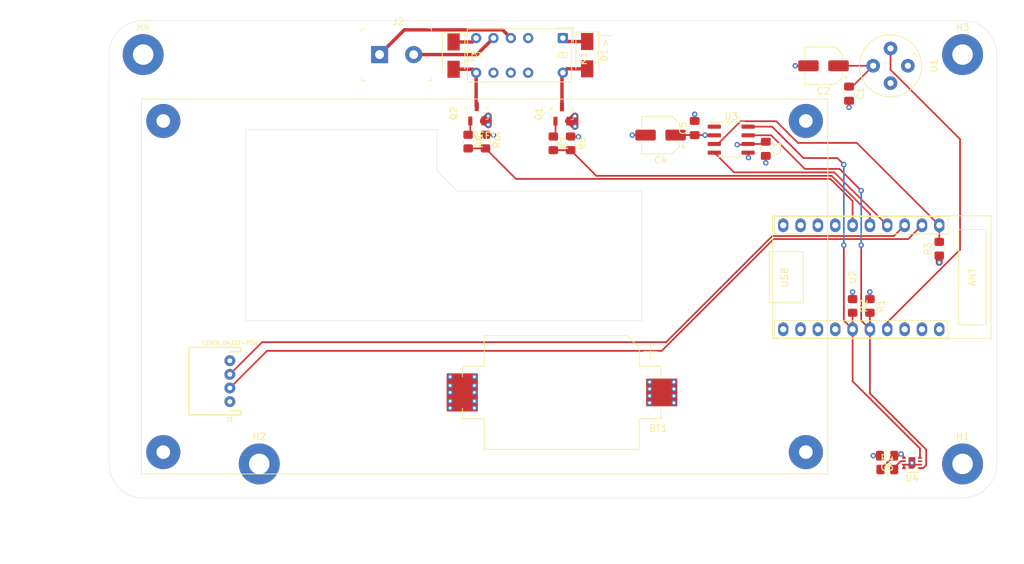
<source format=kicad_pcb>
(kicad_pcb (version 20171130) (host pcbnew "(5.1.10)-1")
  (layers (0 F.Cu signal) (1 In1.Cu power) (2 In2.Cu power) (31 B.Cu signal) (34 B.Paste user) (35 F.Paste user) (36 B.SilkS user) (37 F.SilkS user) (38 B.Mask user) (39 F.Mask user) (44 Edge.Cuts user))
  (net 0 "")
  (net 1 GND)
  (net 2 "Net-(BT1-Pad1)")
  (net 3 +3V3)
  (net 4 "Net-(D1-Pad2)")
  (net 5 "Net-(D2-Pad2)")
  (net 6 UART2_Rx)
  (net 7 UART2_Tx)
  (net 8 +5V)
  (net 9 STOVE-1)
  (net 10 STOVE-2)
  (net 11 "Net-(K1-Pad10)")
  (net 12 "Net-(K1-Pad9)")
  (net 13 "Net-(K1-Pad8)")
  (net 14 "Net-(K1-Pad3)")
  (net 15 "Net-(Q1-Pad1)")
  (net 16 "Net-(Q2-Pad1)")
  (net 17 SDA)
  (net 18 SCL)
  (net 19 RTC_INT)
  (net 20 "Net-(R4-Pad2)")
  (net 21 RELAY_Set)
  (net 22 RELAY_Reset)
  (net 23 PIR_Trigger)
  (net 24 "Net-(U2-Pad10)")
  (net 25 "Net-(U2-Pad13)")
  (net 26 RTC_RST)
  (net 27 "Net-(U2-Pad19)")
  (net 28 "Net-(U3-Pad1)")
  (net 29 "Net-(U4-Pad3)")
  (net 30 "Net-(U2-Pad11)")
  (net 31 "Net-(U2-Pad12)")
  (net 32 "Net-(U2-Pad14)")
  (net 33 "Net-(U2-Pad18)")
  (module dmc-footprints:Nextion-NX4832F035 (layer F.Cu) (at 145 89)
    (fp_text reference REF** (at 0.254 -22.098) (layer F.SilkS))
    (fp_text value Nextion-NX4832F035)
    (fp_line (start -50.25 -27.47) (end -50.25 27.47) (layer F.SilkS) (width 0.12))
    (fp_line (start -50.25 27.47) (end 50.25 27.47) (layer F.SilkS) (width 0.12))
    (fp_line (start 50.25 27.47) (end 50.25 -27.47) (layer F.SilkS) (width 0.12))
    (fp_line (start 50.25 -27.47) (end -50.25 -27.47) (layer F.SilkS) (width 0.12))
    (pad 1 thru_hole circle (at -47.05 24.27) (size 5 5) (drill 2) (layers *.Cu *.Mask) (net 1 GND))
    (pad 1 thru_hole circle (at -47.05 -24.27) (size 5 5) (drill 2) (layers *.Cu *.Mask) (net 1 GND))
    (pad 1 thru_hole circle (at 47.05 -24.27) (size 5 5) (drill 2) (layers *.Cu *.Mask) (net 1 GND))
    (pad 1 thru_hole circle (at 47.05 24.27) (size 5 5) (drill 2) (layers *.Cu *.Mask) (net 1 GND))
  )
  (module Battery:BatteryHolder_Keystone_1060_1x2032 (layer F.Cu) (at 156.306 104.521 180)
    (fp_text reference BT1 (at -14.125 -5.3) (layer F.SilkS))
    (fp_text value Battery_Cell)
    (fp_line (start -12 6) (end -14 6) (layer F.SilkS) (width 0.12))
    (fp_line (start -13 5) (end -13 7) (layer F.SilkS) (width 0.12))
    (fp_line (start 11.35 -8.35) (end 11.35 -3.85) (layer F.SilkS) (width 0.12))
    (fp_line (start -11.35 -8.35) (end -11.35 -3.85) (layer F.SilkS) (width 0.12))
    (fp_line (start -11.35 -8.35) (end 11.35 -8.35) (layer F.SilkS) (width 0.12))
    (fp_line (start 14.55 -3.85) (end 14.55 -2.3) (layer F.SilkS) (width 0.12))
    (fp_line (start 11.35 -3.85) (end 14.55 -3.85) (layer F.SilkS) (width 0.12))
    (fp_line (start -14.55 -3.85) (end -14.55 -2.3) (layer F.SilkS) (width 0.12))
    (fp_line (start -11.35 -3.85) (end -14.55 -3.85) (layer F.SilkS) (width 0.12))
    (fp_line (start -14.55 3.85) (end -14.55 2.3) (layer F.SilkS) (width 0.12))
    (fp_line (start -11.35 3.85) (end -14.55 3.85) (layer F.SilkS) (width 0.12))
    (fp_line (start -9.55 8.35) (end -11.35 6.55) (layer F.SilkS) (width 0.12))
    (fp_line (start -11.35 6.55) (end -11.35 3.85) (layer F.SilkS) (width 0.12))
    (fp_line (start 11.35 8.35) (end -9.55 8.35) (layer F.SilkS) (width 0.12))
    (fp_line (start 11.35 8.35) (end 11.35 3.85) (layer F.SilkS) (width 0.12))
    (fp_line (start 14.55 3.85) (end 14.55 2.3) (layer F.SilkS) (width 0.12))
    (fp_line (start 11.35 3.85) (end 14.55 3.85) (layer F.SilkS) (width 0.12))
    (pad 2 smd rect (at 14.65 0) (size 2.6 3.6) (layers F.Cu F.Paste F.Mask) (net 1 GND))
    (pad 1 smd rect (at -14.65 0) (size 2.6 3.6) (layers F.Cu F.Paste F.Mask) (net 2 "Net-(BT1-Pad1)"))
  )
  (module Capacitor_SMD:C_0805_2012Metric_Pad1.18x1.45mm_HandSolder (layer F.Cu) (at 198.374 60.7275 270)
    (fp_text reference C1 (at 0 -1.68 90) (layer F.SilkS))
    (fp_text value 0.1u)
    (fp_line (start -0.261252 -0.735) (end 0.261252 -0.735) (layer F.SilkS) (width 0.12))
    (fp_line (start -0.261252 0.735) (end 0.261252 0.735) (layer F.SilkS) (width 0.12))
    (pad 2 smd roundrect (at 1.0375 0 270) (size 1.175 1.45) (layers F.Cu F.Paste F.Mask) (roundrect_rratio 0.2127659574468085) (net 1 GND))
    (pad 1 smd roundrect (at -1.0375 0 270) (size 1.175 1.45) (layers F.Cu F.Paste F.Mask) (roundrect_rratio 0.2127659574468085) (net 3 +3V3))
  )
  (module Capacitor_SMD:CP_Elec_5x5.4 (layer F.Cu) (at 194.63 56.64 180)
    (fp_text reference C2 (at 0 -3.7) (layer F.SilkS))
    (fp_text value 100u)
    (fp_line (start 2.76 2.76) (end 2.76 1.06) (layer F.SilkS) (width 0.12))
    (fp_line (start 2.76 -2.76) (end 2.76 -1.06) (layer F.SilkS) (width 0.12))
    (fp_line (start -1.695563 -2.76) (end 2.76 -2.76) (layer F.SilkS) (width 0.12))
    (fp_line (start -1.695563 2.76) (end 2.76 2.76) (layer F.SilkS) (width 0.12))
    (fp_line (start -2.76 1.695563) (end -2.76 1.06) (layer F.SilkS) (width 0.12))
    (fp_line (start -2.76 -1.695563) (end -2.76 -1.06) (layer F.SilkS) (width 0.12))
    (fp_line (start -2.76 -1.695563) (end -1.695563 -2.76) (layer F.SilkS) (width 0.12))
    (fp_line (start -2.76 1.695563) (end -1.695563 2.76) (layer F.SilkS) (width 0.12))
    (fp_line (start -3.625 -1.685) (end -3 -1.685) (layer F.SilkS) (width 0.12))
    (fp_line (start -3.3125 -1.9975) (end -3.3125 -1.3725) (layer F.SilkS) (width 0.12))
    (pad 2 smd roundrect (at 2.2 0 180) (size 3 1.6) (layers F.Cu F.Paste F.Mask) (roundrect_rratio 0.15625) (net 1 GND))
    (pad 1 smd roundrect (at -2.2 0 180) (size 3 1.6) (layers F.Cu F.Paste F.Mask) (roundrect_rratio 0.15625) (net 3 +3V3))
  )
  (module Capacitor_SMD:C_0805_2012Metric_Pad1.18x1.45mm_HandSolder (layer F.Cu) (at 186.182 68.8125 270)
    (fp_text reference C3 (at 0 -1.68 90) (layer F.SilkS))
    (fp_text value 1n)
    (fp_line (start -0.261252 -0.735) (end 0.261252 -0.735) (layer F.SilkS) (width 0.12))
    (fp_line (start -0.261252 0.735) (end 0.261252 0.735) (layer F.SilkS) (width 0.12))
    (pad 2 smd roundrect (at 1.0375 0 270) (size 1.175 1.45) (layers F.Cu F.Paste F.Mask) (roundrect_rratio 0.2127659574468085) (net 1 GND))
    (pad 1 smd roundrect (at -1.0375 0 270) (size 1.175 1.45) (layers F.Cu F.Paste F.Mask) (roundrect_rratio 0.2127659574468085) (net 2 "Net-(BT1-Pad1)"))
  )
  (module Capacitor_SMD:CP_Elec_5x5.4 (layer F.Cu) (at 170.774 66.802 180)
    (fp_text reference C4 (at 0 -3.7) (layer F.SilkS))
    (fp_text value 100u)
    (fp_line (start -3.3125 -1.9975) (end -3.3125 -1.3725) (layer F.SilkS) (width 0.12))
    (fp_line (start -3.625 -1.685) (end -3 -1.685) (layer F.SilkS) (width 0.12))
    (fp_line (start -2.76 1.695563) (end -1.695563 2.76) (layer F.SilkS) (width 0.12))
    (fp_line (start -2.76 -1.695563) (end -1.695563 -2.76) (layer F.SilkS) (width 0.12))
    (fp_line (start -2.76 -1.695563) (end -2.76 -1.06) (layer F.SilkS) (width 0.12))
    (fp_line (start -2.76 1.695563) (end -2.76 1.06) (layer F.SilkS) (width 0.12))
    (fp_line (start -1.695563 2.76) (end 2.76 2.76) (layer F.SilkS) (width 0.12))
    (fp_line (start -1.695563 -2.76) (end 2.76 -2.76) (layer F.SilkS) (width 0.12))
    (fp_line (start 2.76 -2.76) (end 2.76 -1.06) (layer F.SilkS) (width 0.12))
    (fp_line (start 2.76 2.76) (end 2.76 1.06) (layer F.SilkS) (width 0.12))
    (pad 1 smd roundrect (at -2.2 0 180) (size 3 1.6) (layers F.Cu F.Paste F.Mask) (roundrect_rratio 0.15625) (net 3 +3V3))
    (pad 2 smd roundrect (at 2.2 0 180) (size 3 1.6) (layers F.Cu F.Paste F.Mask) (roundrect_rratio 0.15625) (net 1 GND))
  )
  (module Capacitor_SMD:C_0805_2012Metric_Pad1.18x1.45mm_HandSolder (layer F.Cu) (at 175.768 65.7645 90)
    (fp_text reference C5 (at 0 -1.68 90) (layer F.SilkS))
    (fp_text value 0.1u)
    (fp_line (start -0.261252 0.735) (end 0.261252 0.735) (layer F.SilkS) (width 0.12))
    (fp_line (start -0.261252 -0.735) (end 0.261252 -0.735) (layer F.SilkS) (width 0.12))
    (pad 1 smd roundrect (at -1.0375 0 90) (size 1.175 1.45) (layers F.Cu F.Paste F.Mask) (roundrect_rratio 0.2127659574468085) (net 3 +3V3))
    (pad 2 smd roundrect (at 1.0375 0 90) (size 1.175 1.45) (layers F.Cu F.Paste F.Mask) (roundrect_rratio 0.2127659574468085) (net 1 GND))
  )
  (module Capacitor_SMD:C_0805_2012Metric_Pad1.18x1.45mm_HandSolder (layer F.Cu) (at 203.9405 113.792 180)
    (fp_text reference C6 (at 0 -1.68) (layer F.SilkS))
    (fp_text value 0.1u)
    (fp_line (start -0.261252 0.735) (end 0.261252 0.735) (layer F.SilkS) (width 0.12))
    (fp_line (start -0.261252 -0.735) (end 0.261252 -0.735) (layer F.SilkS) (width 0.12))
    (pad 1 smd roundrect (at -1.0375 0 180) (size 1.175 1.45) (layers F.Cu F.Paste F.Mask) (roundrect_rratio 0.2127659574468085) (net 3 +3V3))
    (pad 2 smd roundrect (at 1.0375 0 180) (size 1.175 1.45) (layers F.Cu F.Paste F.Mask) (roundrect_rratio 0.2127659574468085) (net 1 GND))
  )
  (module Diode_SMD:D_SMA (layer F.Cu) (at 160.02 55.086 270)
    (fp_text reference D1 (at 0 -2.5 90) (layer F.SilkS))
    (fp_text value CDBA140)
    (fp_line (start -3.4 -1.65) (end 2 -1.65) (layer F.SilkS) (width 0.12))
    (fp_line (start -3.4 1.65) (end 2 1.65) (layer F.SilkS) (width 0.12))
    (fp_line (start -3.4 -1.65) (end -3.4 1.65) (layer F.SilkS) (width 0.12))
    (pad 1 smd rect (at -2 0 270) (size 2.5 1.8) (layers F.Cu F.Paste F.Mask) (net 3 +3V3))
    (pad 2 smd rect (at 2 0 270) (size 2.5 1.8) (layers F.Cu F.Paste F.Mask) (net 4 "Net-(D1-Pad2)"))
  )
  (module Diode_SMD:D_SMA (layer F.Cu) (at 140.462 55.15 270)
    (fp_text reference D2 (at 0 -2.5 90) (layer F.SilkS))
    (fp_text value CDBA140)
    (fp_line (start -3.4 -1.65) (end -3.4 1.65) (layer F.SilkS) (width 0.12))
    (fp_line (start -3.4 1.65) (end 2 1.65) (layer F.SilkS) (width 0.12))
    (fp_line (start -3.4 -1.65) (end 2 -1.65) (layer F.SilkS) (width 0.12))
    (pad 2 smd rect (at 2 0 270) (size 2.5 1.8) (layers F.Cu F.Paste F.Mask) (net 5 "Net-(D2-Pad2)"))
    (pad 1 smd rect (at -2 0 270) (size 2.5 1.8) (layers F.Cu F.Paste F.Mask) (net 3 +3V3))
  )
  (module MountingHole:MountingHole_3mm_Pad_TopBottom (layer F.Cu) (at 215 115)
    (fp_text reference H1 (at 0 -4) (layer F.SilkS))
    (fp_text value MountingHole)
    (pad 1 thru_hole circle (at 0 0) (size 3.4 3.4) (drill 3) (layers *.Cu *.Mask))
    (pad 1 connect circle (at 0 0) (size 6 6) (layers F.Cu F.Mask))
    (pad 1 connect circle (at 0 0) (size 6 6) (layers B.Cu B.Mask))
  )
  (module MountingHole:MountingHole_3mm_Pad_TopBottom (layer F.Cu) (at 112 115)
    (fp_text reference H2 (at 0 -4) (layer F.SilkS))
    (fp_text value MountingHole)
    (pad 1 connect circle (at 0 0) (size 6 6) (layers B.Cu B.Mask))
    (pad 1 connect circle (at 0 0) (size 6 6) (layers F.Cu F.Mask))
    (pad 1 thru_hole circle (at 0 0) (size 3.4 3.4) (drill 3) (layers *.Cu *.Mask))
  )
  (module MountingHole:MountingHole_3mm_Pad_TopBottom (layer F.Cu) (at 215 55)
    (fp_text reference H3 (at 0 -4) (layer F.SilkS))
    (fp_text value MountingHole)
    (pad 1 thru_hole circle (at 0 0) (size 3.4 3.4) (drill 3) (layers *.Cu *.Mask))
    (pad 1 connect circle (at 0 0) (size 6 6) (layers F.Cu F.Mask))
    (pad 1 connect circle (at 0 0) (size 6 6) (layers B.Cu B.Mask))
  )
  (module MountingHole:MountingHole_3mm_Pad_TopBottom (layer F.Cu) (at 95 55)
    (fp_text reference H4 (at 0 -4) (layer F.SilkS))
    (fp_text value MountingHole)
    (pad 1 connect circle (at 0 0) (size 6 6) (layers B.Cu B.Mask))
    (pad 1 connect circle (at 0 0) (size 6 6) (layers F.Cu F.Mask))
    (pad 1 thru_hole circle (at 0 0) (size 3.4 3.4) (drill 3) (layers *.Cu *.Mask))
  )
  (module Connectors:JST-4-PTH (layer F.Cu) (at 107.696 102.87 90)
    (fp_text reference J1 (at -5.588 0) (layer F.SilkS) (effects (font (size 0.6096 0.6096) (thickness 0.127))))
    (fp_text value CONN_04JST-PTH (at 5.588 0) (layer F.SilkS) (effects (font (size 0.6096 0.6096) (thickness 0.127))))
    (fp_line (start 4.29768 1.59766) (end 4.29768 0) (layer F.SilkS) (width 0.2032))
    (fp_line (start -4.29768 1.59766) (end -4.29768 0) (layer F.SilkS) (width 0.2032))
    (fp_line (start 4.94792 1.59766) (end 4.29768 1.59766) (layer F.SilkS) (width 0.2032))
    (fp_line (start -4.94792 1.59766) (end -4.29768 1.59766) (layer F.SilkS) (width 0.2032))
    (fp_line (start 4.94792 -5.99948) (end 4.94792 1.59766) (layer F.SilkS) (width 0.2032))
    (fp_line (start -4.94792 -5.99948) (end 4.94792 -5.99948) (layer F.SilkS) (width 0.2032))
    (fp_line (start -4.94792 1.59766) (end -4.94792 -5.99948) (layer F.SilkS) (width 0.2032))
    (pad 1 thru_hole circle (at -2.99974 0 90) (size 1.59766 1.59766) (drill 0.6985) (layers *.Cu *.Mask) (net 8 +5V))
    (pad 2 thru_hole circle (at -0.99822 0 90) (size 1.59766 1.59766) (drill 0.6985) (layers *.Cu *.Mask) (net 7 UART2_Tx))
    (pad 3 thru_hole circle (at 0.99822 0 90) (size 1.59766 1.59766) (drill 0.6985) (layers *.Cu *.Mask) (net 6 UART2_Rx))
    (pad 4 thru_hole circle (at 2.99974 0 90) (size 1.59766 1.59766) (drill 0.6985) (layers *.Cu *.Mask) (net 1 GND))
  )
  (module digikey-footprints:Term_Block_1x2_P5mm (layer F.Cu) (at 129.62 55)
    (fp_text reference J2 (at 2.7 -4.8) (layer F.SilkS))
    (fp_text value Screw_Terminal_01x02)
    (fp_line (start 7.6 -3.85) (end 7.1 -3.85) (layer F.SilkS) (width 0.1))
    (fp_line (start 7.6 -3.85) (end 7.6 -3.4) (layer F.SilkS) (width 0.1))
    (fp_line (start -2.6 -3.85) (end -2.6 -3.4) (layer F.SilkS) (width 0.1))
    (fp_line (start -2.6 -3.85) (end -2.1 -3.85) (layer F.SilkS) (width 0.1))
    (fp_line (start -2.6 3.85) (end -2.1 3.85) (layer F.SilkS) (width 0.1))
    (fp_line (start -2.6 3.85) (end -2.6 3.35) (layer F.SilkS) (width 0.1))
    (fp_line (start 7.6 3.85) (end 7.6 3.35) (layer F.SilkS) (width 0.1))
    (fp_line (start 7.6 3.85) (end 7.1 3.85) (layer F.SilkS) (width 0.1))
    (pad 1 thru_hole rect (at 0 0) (size 2.5 2.5) (drill 1.3) (layers *.Cu *.Mask) (net 9 STOVE-1))
    (pad 2 thru_hole circle (at 5 0) (size 2.5 2.5) (drill 1.3) (layers *.Cu *.Mask) (net 10 STOVE-2))
  )
  (module Relay_THT:Relay_DPDT_Kemet_EC2_DoubleCoil (layer F.Cu) (at 156.464 52.578 270)
    (fp_text reference K1 (at 3 -3 270) (layer F.SilkS))
    (fp_text value EC2-3TNU)
    (fp_line (start 6.43 -1.29) (end 6.43 13.99) (layer F.SilkS) (width 0.12))
    (fp_line (start -1.35 -1.27) (end -1.35 13.99) (layer F.SilkS) (width 0.12))
    (fp_line (start 6.43 13.99) (end -1.35 13.99) (layer F.SilkS) (width 0.12))
    (fp_line (start 6.43 -1.29) (end -1.35 -1.29) (layer F.SilkS) (width 0.12))
    (fp_line (start -1.57 -1.51) (end 0.62 -1.51) (layer F.SilkS) (width 0.12))
    (fp_line (start -1.57 0.83) (end -1.57 -1.51) (layer F.SilkS) (width 0.12))
    (fp_line (start 2.13 0.6) (end 2.83 0.6) (layer F.SilkS) (width 0.12))
    (fp_line (start 2.13 -0.6) (end 2.13 0.6) (layer F.SilkS) (width 0.12))
    (fp_line (start 2.83 -0.6) (end 2.13 -0.6) (layer F.SilkS) (width 0.12))
    (fp_line (start 2.83 0.6) (end 2.83 -0.6) (layer F.SilkS) (width 0.12))
    (fp_line (start 2.13 0.2) (end 2.83 -0.2) (layer F.SilkS) (width 0.12))
    (fp_line (start 2.13 13.3) (end 2.83 13.3) (layer F.SilkS) (width 0.12))
    (fp_line (start 2.13 12.1) (end 2.13 13.3) (layer F.SilkS) (width 0.12))
    (fp_line (start 2.83 12.1) (end 2.13 12.1) (layer F.SilkS) (width 0.12))
    (fp_line (start 2.83 13.3) (end 2.83 12.1) (layer F.SilkS) (width 0.12))
    (fp_line (start 2.13 12.9) (end 2.83 12.5) (layer F.SilkS) (width 0.12))
    (pad 12 thru_hole circle (at 5.08 0 270) (size 1.5 1.5) (drill 0.8) (layers *.Cu *.Mask) (net 4 "Net-(D1-Pad2)"))
    (pad 10 thru_hole circle (at 5.08 5.08 270) (size 1.5 1.5) (drill 0.8) (layers *.Cu *.Mask) (net 11 "Net-(K1-Pad10)"))
    (pad 9 thru_hole circle (at 5.08 7.62 270) (size 1.5 1.5) (drill 0.8) (layers *.Cu *.Mask) (net 12 "Net-(K1-Pad9)"))
    (pad 8 thru_hole circle (at 5.08 10.16 270) (size 1.5 1.5) (drill 0.8) (layers *.Cu *.Mask) (net 13 "Net-(K1-Pad8)"))
    (pad 7 thru_hole circle (at 5.08 12.7 270) (size 1.5 1.5) (drill 0.8) (layers *.Cu *.Mask) (net 5 "Net-(D2-Pad2)"))
    (pad 6 thru_hole circle (at 0 12.7 270) (size 1.5 1.5) (drill 0.8) (layers *.Cu *.Mask) (net 3 +3V3))
    (pad 5 thru_hole circle (at 0 10.16 270) (size 1.5 1.5) (drill 0.8) (layers *.Cu *.Mask) (net 10 STOVE-2))
    (pad 4 thru_hole circle (at 0 7.62 270) (size 1.5 1.5) (drill 0.8) (layers *.Cu *.Mask) (net 9 STOVE-1))
    (pad 3 thru_hole circle (at 0 5.08 270) (size 1.5 1.5) (drill 0.8) (layers *.Cu *.Mask) (net 14 "Net-(K1-Pad3)"))
    (pad 1 thru_hole roundrect (at 0 0 270) (size 1.5 1.5) (drill 0.8) (layers *.Cu *.Mask) (roundrect_rratio 0.167) (net 3 +3V3))
  )
  (module digikey-footprints:SOT-23-3 (layer F.Cu) (at 156.334 63.708 90)
    (fp_text reference Q1 (at 0.025 -3.375 90) (layer F.SilkS))
    (fp_text value PMBT2222A_215)
    (fp_line (start 0.825 -1.65) (end 0.825 -1.35) (layer F.SilkS) (width 0.1))
    (fp_line (start 0.45 -1.65) (end 0.825 -1.65) (layer F.SilkS) (width 0.1))
    (fp_line (start 0.825 1.65) (end 0.375 1.65) (layer F.SilkS) (width 0.1))
    (fp_line (start 0.825 1.35) (end 0.825 1.65) (layer F.SilkS) (width 0.1))
    (fp_line (start 0.825 1.425) (end 0.825 1.3) (layer F.SilkS) (width 0.1))
    (fp_line (start -0.825 1.65) (end -0.825 1.3) (layer F.SilkS) (width 0.1))
    (fp_line (start -0.35 1.65) (end -0.825 1.65) (layer F.SilkS) (width 0.1))
    (fp_line (start -0.825 -1.325) (end -1.6 -1.325) (layer F.SilkS) (width 0.1))
    (fp_line (start -0.825 -1.375) (end -0.825 -1.325) (layer F.SilkS) (width 0.1))
    (fp_line (start -0.45 -1.65) (end -0.825 -1.375) (layer F.SilkS) (width 0.1))
    (fp_line (start -0.175 -1.65) (end -0.45 -1.65) (layer F.SilkS) (width 0.1))
    (pad 3 smd rect (at 1.05 0 90) (size 1.3 0.6) (layers F.Cu F.Paste F.Mask) (net 4 "Net-(D1-Pad2)"))
    (pad 2 smd rect (at -1.05 0.95 90) (size 1.3 0.6) (layers F.Cu F.Paste F.Mask) (net 1 GND))
    (pad 1 smd rect (at -1.05 -0.95 90) (size 1.3 0.6) (layers F.Cu F.Paste F.Mask) (net 15 "Net-(Q1-Pad1)"))
  )
  (module digikey-footprints:SOT-23-3 (layer F.Cu) (at 143.862 63.674 90)
    (fp_text reference Q2 (at 0.025 -3.375 90) (layer F.SilkS))
    (fp_text value PMBT2222A_215)
    (fp_line (start -0.175 -1.65) (end -0.45 -1.65) (layer F.SilkS) (width 0.1))
    (fp_line (start -0.45 -1.65) (end -0.825 -1.375) (layer F.SilkS) (width 0.1))
    (fp_line (start -0.825 -1.375) (end -0.825 -1.325) (layer F.SilkS) (width 0.1))
    (fp_line (start -0.825 -1.325) (end -1.6 -1.325) (layer F.SilkS) (width 0.1))
    (fp_line (start -0.35 1.65) (end -0.825 1.65) (layer F.SilkS) (width 0.1))
    (fp_line (start -0.825 1.65) (end -0.825 1.3) (layer F.SilkS) (width 0.1))
    (fp_line (start 0.825 1.425) (end 0.825 1.3) (layer F.SilkS) (width 0.1))
    (fp_line (start 0.825 1.35) (end 0.825 1.65) (layer F.SilkS) (width 0.1))
    (fp_line (start 0.825 1.65) (end 0.375 1.65) (layer F.SilkS) (width 0.1))
    (fp_line (start 0.45 -1.65) (end 0.825 -1.65) (layer F.SilkS) (width 0.1))
    (fp_line (start 0.825 -1.65) (end 0.825 -1.35) (layer F.SilkS) (width 0.1))
    (pad 1 smd rect (at -1.05 -0.95 90) (size 1.3 0.6) (layers F.Cu F.Paste F.Mask) (net 16 "Net-(Q2-Pad1)"))
    (pad 2 smd rect (at -1.05 0.95 90) (size 1.3 0.6) (layers F.Cu F.Paste F.Mask) (net 1 GND))
    (pad 3 smd rect (at 1.05 0 90) (size 1.3 0.6) (layers F.Cu F.Paste F.Mask) (net 5 "Net-(D2-Pad2)"))
  )
  (module Resistor_SMD:R_0805_2012Metric_Pad1.20x1.40mm_HandSolder (layer F.Cu) (at 201.434 91.837 270)
    (fp_text reference R1 (at 0 -1.65 90) (layer F.SilkS))
    (fp_text value 4.7k)
    (fp_line (start -0.227064 -0.735) (end 0.227064 -0.735) (layer F.SilkS) (width 0.12))
    (fp_line (start -0.227064 0.735) (end 0.227064 0.735) (layer F.SilkS) (width 0.12))
    (pad 2 smd roundrect (at 1 0 270) (size 1.2 1.4) (layers F.Cu F.Paste F.Mask) (roundrect_rratio 0.2083325) (net 17 SDA))
    (pad 1 smd roundrect (at -1 0 270) (size 1.2 1.4) (layers F.Cu F.Paste F.Mask) (roundrect_rratio 0.2083325) (net 3 +3V3))
  )
  (module Resistor_SMD:R_0805_2012Metric_Pad1.20x1.40mm_HandSolder (layer F.Cu) (at 198.894 91.837 270)
    (fp_text reference R2 (at 0 -1.65 90) (layer F.SilkS))
    (fp_text value 4.7k)
    (fp_line (start -0.227064 0.735) (end 0.227064 0.735) (layer F.SilkS) (width 0.12))
    (fp_line (start -0.227064 -0.735) (end 0.227064 -0.735) (layer F.SilkS) (width 0.12))
    (pad 1 smd roundrect (at -1 0 270) (size 1.2 1.4) (layers F.Cu F.Paste F.Mask) (roundrect_rratio 0.2083325) (net 3 +3V3))
    (pad 2 smd roundrect (at 1 0 270) (size 1.2 1.4) (layers F.Cu F.Paste F.Mask) (roundrect_rratio 0.2083325) (net 18 SCL))
  )
  (module Resistor_SMD:R_0805_2012Metric_Pad1.20x1.40mm_HandSolder (layer F.Cu) (at 211.582 83.455 90)
    (fp_text reference R3 (at 0 -1.65 90) (layer F.SilkS))
    (fp_text value 10k)
    (fp_line (start -0.227064 0.735) (end 0.227064 0.735) (layer F.SilkS) (width 0.12))
    (fp_line (start -0.227064 -0.735) (end 0.227064 -0.735) (layer F.SilkS) (width 0.12))
    (pad 1 smd roundrect (at -1 0 90) (size 1.2 1.4) (layers F.Cu F.Paste F.Mask) (roundrect_rratio 0.2083325) (net 3 +3V3))
    (pad 2 smd roundrect (at 1 0 90) (size 1.2 1.4) (layers F.Cu F.Paste F.Mask) (roundrect_rratio 0.2083325) (net 19 RTC_INT))
  )
  (module Resistor_SMD:R_0805_2012Metric_Pad1.20x1.40mm_HandSolder (layer F.Cu) (at 203.978 115.824)
    (fp_text reference R4 (at 0 -1.65) (layer F.SilkS))
    (fp_text value 10k)
    (fp_line (start -0.227064 -0.735) (end 0.227064 -0.735) (layer F.SilkS) (width 0.12))
    (fp_line (start -0.227064 0.735) (end 0.227064 0.735) (layer F.SilkS) (width 0.12))
    (pad 2 smd roundrect (at 1 0) (size 1.2 1.4) (layers F.Cu F.Paste F.Mask) (roundrect_rratio 0.2083325) (net 20 "Net-(R4-Pad2)"))
    (pad 1 smd roundrect (at -1 0) (size 1.2 1.4) (layers F.Cu F.Paste F.Mask) (roundrect_rratio 0.2083325) (net 3 +3V3))
  )
  (module Resistor_SMD:R_0805_2012Metric_Pad1.20x1.40mm_HandSolder (layer F.Cu) (at 157.604 68.008 270)
    (fp_text reference R5 (at 0 -1.65 90) (layer F.SilkS))
    (fp_text value 10k)
    (fp_line (start -0.227064 -0.735) (end 0.227064 -0.735) (layer F.SilkS) (width 0.12))
    (fp_line (start -0.227064 0.735) (end 0.227064 0.735) (layer F.SilkS) (width 0.12))
    (pad 2 smd roundrect (at 1 0 270) (size 1.2 1.4) (layers F.Cu F.Paste F.Mask) (roundrect_rratio 0.2083325) (net 21 RELAY_Set))
    (pad 1 smd roundrect (at -1 0 270) (size 1.2 1.4) (layers F.Cu F.Paste F.Mask) (roundrect_rratio 0.2083325) (net 1 GND))
  )
  (module Resistor_SMD:R_0805_2012Metric_Pad1.20x1.40mm_HandSolder (layer F.Cu) (at 145.132 67.754 270)
    (fp_text reference R6 (at 0 -1.65 90) (layer F.SilkS))
    (fp_text value 10k)
    (fp_line (start -0.227064 0.735) (end 0.227064 0.735) (layer F.SilkS) (width 0.12))
    (fp_line (start -0.227064 -0.735) (end 0.227064 -0.735) (layer F.SilkS) (width 0.12))
    (pad 1 smd roundrect (at -1 0 270) (size 1.2 1.4) (layers F.Cu F.Paste F.Mask) (roundrect_rratio 0.2083325) (net 1 GND))
    (pad 2 smd roundrect (at 1 0 270) (size 1.2 1.4) (layers F.Cu F.Paste F.Mask) (roundrect_rratio 0.2083325) (net 22 RELAY_Reset))
  )
  (module Resistor_SMD:R_0805_2012Metric_Pad1.20x1.40mm_HandSolder (layer F.Cu) (at 155.064 68.008 270)
    (fp_text reference R7 (at 0 -1.65 90) (layer F.SilkS))
    (fp_text value 2.6k)
    (fp_line (start -0.227064 0.735) (end 0.227064 0.735) (layer F.SilkS) (width 0.12))
    (fp_line (start -0.227064 -0.735) (end 0.227064 -0.735) (layer F.SilkS) (width 0.12))
    (pad 1 smd roundrect (at -1 0 270) (size 1.2 1.4) (layers F.Cu F.Paste F.Mask) (roundrect_rratio 0.2083325) (net 15 "Net-(Q1-Pad1)"))
    (pad 2 smd roundrect (at 1 0 270) (size 1.2 1.4) (layers F.Cu F.Paste F.Mask) (roundrect_rratio 0.2083325) (net 21 RELAY_Set))
  )
  (module Resistor_SMD:R_0805_2012Metric_Pad1.20x1.40mm_HandSolder (layer F.Cu) (at 142.592 67.754 270)
    (fp_text reference R8 (at 0 -1.65 90) (layer F.SilkS))
    (fp_text value 2.6k)
    (fp_line (start -0.227064 -0.735) (end 0.227064 -0.735) (layer F.SilkS) (width 0.12))
    (fp_line (start -0.227064 0.735) (end 0.227064 0.735) (layer F.SilkS) (width 0.12))
    (pad 2 smd roundrect (at 1 0 270) (size 1.2 1.4) (layers F.Cu F.Paste F.Mask) (roundrect_rratio 0.2083325) (net 22 RELAY_Reset))
    (pad 1 smd roundrect (at -1 0 270) (size 1.2 1.4) (layers F.Cu F.Paste F.Mask) (roundrect_rratio 0.2083325) (net 16 "Net-(Q2-Pad1)"))
  )
  (module dmc-footprints:BL412 (layer F.Cu) (at 204.45 56.64 270)
    (fp_text reference U1 (at 0 -6.35 90) (layer F.SilkS))
    (fp_text value BL412)
    (fp_circle (center 0 0) (end 4.55 0) (layer F.SilkS) (width 0.12))
    (pad 4 thru_hole circle (at -2.54 0 270) (size 2 2) (drill 0.9) (layers *.Cu *.Mask) (net 23 PIR_Trigger))
    (pad 1 thru_hole circle (at 0 -2.54 270) (size 2 2) (drill 0.9) (layers *.Cu *.Mask) (net 1 GND))
    (pad 3 thru_hole circle (at 0 2.54 270) (size 2 2) (drill 0.9) (layers *.Cu *.Mask) (net 3 +3V3))
    (pad 2 thru_hole circle (at 2.54 0 270) (size 2 2) (drill 0.9) (layers *.Cu *.Mask) (net 1 GND))
  )
  (module dmc-footprints:TinyPico (layer F.Cu) (at 201.434 87.641 270)
    (fp_text reference U2 (at 0 2.54 90) (layer F.SilkS))
    (fp_text value TinyPico)
    (fp_line (start 6.35 13.97) (end 6.35 -11.43) (layer F.SilkS) (width 0.12))
    (fp_line (start 8.89 13.97) (end 6.35 13.97) (layer F.SilkS) (width 0.12))
    (fp_line (start 8.89 -11.43) (end 8.89 13.97) (layer F.SilkS) (width 0.12))
    (fp_line (start 6.35 -11.43) (end 8.89 -11.43) (layer F.SilkS) (width 0.12))
    (fp_line (start -8.89 13.97) (end -8.89 -11.43) (layer F.SilkS) (width 0.12))
    (fp_line (start -6.35 13.97) (end -8.89 13.97) (layer F.SilkS) (width 0.12))
    (fp_line (start -6.35 -11.43) (end -6.35 13.97) (layer F.SilkS) (width 0.12))
    (fp_line (start -8.89 -11.43) (end -6.35 -11.43) (layer F.SilkS) (width 0.12))
    (fp_line (start -3.75 9.75) (end -3.75 14.75) (layer F.SilkS) (width 0.12))
    (fp_line (start 3.75 9.75) (end -3.75 9.75) (layer F.SilkS) (width 0.12))
    (fp_line (start 3.75 14.75) (end 3.75 9.75) (layer F.SilkS) (width 0.12))
    (fp_line (start -3.75 14.75) (end 3.75 14.75) (layer F.SilkS) (width 0.12))
    (fp_line (start -7 -13) (end -7 -17) (layer F.SilkS) (width 0.12))
    (fp_line (start 7 -13) (end -7 -13) (layer F.SilkS) (width 0.12))
    (fp_line (start 7 -17) (end 7 -13) (layer F.SilkS) (width 0.12))
    (fp_line (start -7 -17) (end 7 -17) (layer F.SilkS) (width 0.12))
    (fp_line (start -9 -17.75) (end -9 14.25) (layer F.SilkS) (width 0.12))
    (fp_line (start 9 -17.75) (end -9 -17.75) (layer F.SilkS) (width 0.12))
    (fp_line (start 9 14.25) (end 9 -17.75) (layer F.SilkS) (width 0.12))
    (fp_line (start -9 14.25) (end 9 14.25) (layer F.SilkS) (width 0.12))
    (fp_text user ANT (at 0 -15 90) (layer F.SilkS))
    (fp_text user USB (at 0 12.5 90) (layer F.SilkS))
    (pad 1 thru_hole oval (at -7.62 -10.16 270) (size 2 1.524) (drill 0.9) (layers *.Cu *.Mask) (net 19 RTC_INT))
    (pad 2 thru_hole oval (at -7.62 -7.62 270) (size 2 1.524) (drill 0.9) (layers *.Cu *.Mask) (net 7 UART2_Tx))
    (pad 3 thru_hole oval (at -7.62 -5.08 270) (size 2 1.524) (drill 0.9) (layers *.Cu *.Mask) (net 6 UART2_Rx))
    (pad 4 thru_hole oval (at -7.62 -2.54 270) (size 2 1.524) (drill 0.9) (layers *.Cu *.Mask) (net 26 RTC_RST))
    (pad 5 thru_hole oval (at -7.62 0 270) (size 2 1.524) (drill 0.9) (layers *.Cu *.Mask) (net 21 RELAY_Set))
    (pad 6 thru_hole oval (at -7.62 2.54 270) (size 2 1.524) (drill 0.9) (layers *.Cu *.Mask) (net 22 RELAY_Reset))
    (pad 7 thru_hole oval (at -7.62 5.08 270) (size 2 1.524) (drill 0.9) (layers *.Cu *.Mask) (net 3 +3V3))
    (pad 8 thru_hole oval (at -7.62 7.62 270) (size 2 1.524) (drill 0.9) (layers *.Cu *.Mask) (net 8 +5V))
    (pad 9 thru_hole oval (at -7.62 10.16 270) (size 2 1.524) (drill 0.9) (layers *.Cu *.Mask) (net 1 GND))
    (pad 10 thru_hole oval (at -7.62 12.7 270) (size 2 1.524) (drill 0.9) (layers *.Cu *.Mask) (net 24 "Net-(U2-Pad10)"))
    (pad 11 thru_hole oval (at 7.62 12.7 270) (size 2 1.524) (drill 0.9) (layers *.Cu *.Mask) (net 30 "Net-(U2-Pad11)"))
    (pad 12 thru_hole oval (at 7.62 10.16 270) (size 2 1.524) (drill 0.9) (layers *.Cu *.Mask) (net 31 "Net-(U2-Pad12)"))
    (pad 13 thru_hole oval (at 7.62 7.62 270) (size 2 1.524) (drill 0.9) (layers *.Cu *.Mask) (net 25 "Net-(U2-Pad13)"))
    (pad 14 thru_hole oval (at 7.62 5.08 270) (size 2 1.524) (drill 0.9) (layers *.Cu *.Mask) (net 32 "Net-(U2-Pad14)"))
    (pad 15 thru_hole oval (at 7.62 2.54 270) (size 2 1.524) (drill 0.9) (layers *.Cu *.Mask) (net 18 SCL))
    (pad 16 thru_hole oval (at 7.62 0 270) (size 2 1.524) (drill 0.9) (layers *.Cu *.Mask) (net 17 SDA))
    (pad 17 thru_hole oval (at 7.62 -2.54 270) (size 2 1.524) (drill 0.9) (layers *.Cu *.Mask) (net 23 PIR_Trigger))
    (pad 18 thru_hole oval (at 7.62 -5.08 270) (size 2 1.524) (drill 0.9) (layers *.Cu *.Mask) (net 33 "Net-(U2-Pad18)"))
    (pad 19 thru_hole oval (at 7.62 -7.62 270) (size 2 1.524) (drill 0.9) (layers *.Cu *.Mask) (net 27 "Net-(U2-Pad19)"))
    (pad 20 thru_hole oval (at 7.62 -10.16 270) (size 2 1.524) (drill 0.9) (layers *.Cu *.Mask) (net 1 GND))
  )
  (module Package_SO:SOIC-8_3.9x4.9mm_P1.27mm (layer F.Cu) (at 181.118 67.468)
    (fp_text reference U3 (at 0 -3.4) (layer F.SilkS))
    (fp_text value DS3231MZ)
    (fp_line (start 0 -2.56) (end -3.45 -2.56) (layer F.SilkS) (width 0.12))
    (fp_line (start 0 -2.56) (end 1.95 -2.56) (layer F.SilkS) (width 0.12))
    (fp_line (start 0 2.56) (end -1.95 2.56) (layer F.SilkS) (width 0.12))
    (fp_line (start 0 2.56) (end 1.95 2.56) (layer F.SilkS) (width 0.12))
    (pad 1 smd roundrect (at -2.475 -1.905) (size 1.95 0.6) (layers F.Cu F.Paste F.Mask) (net 28 "Net-(U3-Pad1)"))
    (pad 2 smd roundrect (at -2.475 -0.635) (size 1.95 0.6) (layers F.Cu F.Paste F.Mask) (net 3 +3V3))
    (pad 3 smd roundrect (at -2.475 0.635) (size 1.95 0.6) (layers F.Cu F.Paste F.Mask) (net 19 RTC_INT))
    (pad 4 smd roundrect (at -2.475 1.905) (size 1.95 0.6) (layers F.Cu F.Paste F.Mask) (net 26 RTC_RST))
    (pad 5 smd roundrect (at 2.475 1.905) (size 1.95 0.6) (layers F.Cu F.Paste F.Mask) (net 1 GND))
    (pad 6 smd roundrect (at 2.475 0.635) (size 1.95 0.6) (layers F.Cu F.Paste F.Mask) (net 2 "Net-(BT1-Pad1)"))
    (pad 7 smd roundrect (at 2.475 -0.635) (size 1.95 0.6) (layers F.Cu F.Paste F.Mask) (net 17 SDA))
    (pad 8 smd roundrect (at 2.475 -1.905) (size 1.95 0.6) (layers F.Cu F.Paste F.Mask) (net 18 SCL))
  )
  (module Sensor_Humidity:Sensirion_DFN-8-1EP_2.5x2.5mm_P0.5mm_EP1.1x1.7mm (layer F.Cu) (at 207.588 114.858 180)
    (fp_text reference U4 (at 0 -2.25) (layer F.SilkS))
    (fp_text value SHT31-DIS)
    (fp_line (start -0.65 1.41) (end 0.65 1.41) (layer F.SilkS) (width 0.12))
    (fp_line (start -1.09 -1.41) (end 0.65 -1.41) (layer F.SilkS) (width 0.12))
    (pad 9 smd custom (at 0 0 180) (size 1 1) (layers F.Cu F.Mask) (net 1 GND) (options (clearance outline) (anchor circle)) (primitives (gr_poly (pts (xy 0.5 0.85) (xy -0.5 0.85) (xy -0.5 -0.55) (xy -0.2 -0.85) (xy 0.5 -0.85)) (width 0))))
    (pad 8 smd rect (at 1.175 -0.75 180) (size 0.55 0.25) (layers F.Cu F.Paste F.Mask) (net 1 GND))
    (pad 7 smd rect (at 1.175 -0.25 180) (size 0.55 0.25) (layers F.Cu F.Paste F.Mask) (net 1 GND))
    (pad 6 smd rect (at 1.175 0.25 180) (size 0.55 0.25) (layers F.Cu F.Paste F.Mask) (net 20 "Net-(R4-Pad2)"))
    (pad 5 smd rect (at 1.175 0.75 180) (size 0.55 0.25) (layers F.Cu F.Paste F.Mask) (net 3 +3V3))
    (pad 4 smd rect (at -1.175 0.75) (size 0.55 0.25) (layers F.Cu F.Paste F.Mask) (net 18 SCL))
    (pad 3 smd rect (at -1.175 0.25 180) (size 0.55 0.25) (layers F.Cu F.Paste F.Mask) (net 29 "Net-(U4-Pad3)"))
    (pad 2 smd rect (at -1.175 -0.25 180) (size 0.55 0.25) (layers F.Cu F.Paste F.Mask) (net 1 GND))
    (pad 1 smd rect (at -1.175 -0.75 180) (size 0.55 0.25) (layers F.Cu F.Paste F.Mask) (net 17 SDA))
  )
  (gr_text >| (at 162.687 52.832 90) (layer F.SilkS) (effects (font (size 1 1))))
  (gr_text . (at 209.55 115.697) (layer F.SilkS) (effects (font (size 1 1))))
  (gr_text . (at 207.899 54.483) (layer F.SilkS) (effects (font (size 1 1))))
  (gr_text . (at 178.562 64.008) (layer F.SilkS) (effects (font (size 1 1))))
  (gr_line (start 138 66) (end 110 66) (layer Edge.Cuts) (width 0.05))
  (gr_line (start 138 72) (end 138 66) (layer Edge.Cuts) (width 0.05))
  (gr_line (start 141 75) (end 138 72) (layer Edge.Cuts) (width 0.05))
  (gr_line (start 168 75) (end 141 75) (layer Edge.Cuts) (width 0.05))
  (gr_line (start 168 94) (end 168 75) (layer Edge.Cuts) (width 0.05))
  (gr_line (start 110 94) (end 168 94) (layer Edge.Cuts) (width 0.05))
  (gr_line (start 110 66) (end 110 94) (layer Edge.Cuts) (width 0.05))
  (gr_arc (start 215 55) (end 220 55) (angle -90) (layer Edge.Cuts) (width 0.05))
  (gr_arc (start 215 115) (end 215 120) (angle -90) (layer Edge.Cuts) (width 0.05))
  (gr_arc (start 95 115) (end 90 115) (angle -90) (layer Edge.Cuts) (width 0.05))
  (gr_arc (start 95 55) (end 95 50) (angle -90) (layer Edge.Cuts) (width 0.05))
  (gr_line (start 90 115) (end 90 55) (layer Edge.Cuts) (width 0.05))
  (gr_line (start 215 120) (end 95 120) (layer Edge.Cuts) (width 0.05))
  (gr_line (start 220 55) (end 220 115) (layer Edge.Cuts) (width 0.05))
  (gr_line (start 95 50) (end 215 50) (layer Edge.Cuts) (width 0.05))
  (via (at 158.75 67.056) (size 0.8) (drill 0.4) (layers F.Cu B.Cu) (net 1))
  (via (at 146.304 66.802) (size 0.8) (drill 0.4) (layers F.Cu B.Cu) (net 1))
  (via (at 145.542 64.008) (size 0.8) (drill 0.4) (layers F.Cu B.Cu) (net 1))
  (via (at 158.242 64.008) (size 0.8) (drill 0.4) (layers F.Cu B.Cu) (net 1))
  (via (at 139.954 104.521) (size 0.8) (drill 0.4) (layers F.Cu B.Cu) (net 1))
  (via (at 201.93 113.792) (size 0.8) (drill 0.4) (layers F.Cu B.Cu) (net 1))
  (via (at 207.588 114.858) (size 0.8) (drill 0.4) (layers F.Cu B.Cu) (net 1))
  (via (at 198.374 62.738) (size 0.8) (drill 0.4) (layers F.Cu B.Cu) (net 1))
  (via (at 190.5 56.642) (size 0.8) (drill 0.4) (layers F.Cu B.Cu) (net 1))
  (via (at 166.624 66.802) (size 0.8) (drill 0.4) (layers F.Cu B.Cu) (net 1))
  (via (at 175.768 63.754) (size 0.8) (drill 0.4) (layers F.Cu B.Cu) (net 1))
  (via (at 186.182 70.866) (size 0.8) (drill 0.4) (layers F.Cu B.Cu) (net 1))
  (via (at 183.642 70.104) (size 0.8) (drill 0.4) (layers F.Cu B.Cu) (net 1))
  (segment (start 175.768 64.727) (end 175.768 63.754) (width 0.25) (layer F.Cu) (net 1))
  (segment (start 168.574 66.802) (end 166.624 66.802) (width 0.25) (layer F.Cu) (net 1))
  (segment (start 186.182 69.85) (end 186.182 70.866) (width 0.25) (layer F.Cu) (net 1))
  (segment (start 183.593 70.055) (end 183.642 70.104) (width 0.25) (layer F.Cu) (net 1))
  (segment (start 183.593 69.373) (end 183.593 70.055) (width 0.25) (layer F.Cu) (net 1))
  (segment (start 190.502 56.64) (end 190.5 56.642) (width 0.25) (layer F.Cu) (net 1))
  (segment (start 192.43 56.64) (end 190.502 56.64) (width 0.25) (layer F.Cu) (net 1))
  (segment (start 198.374 61.765) (end 198.374 62.738) (width 0.25) (layer F.Cu) (net 1))
  (segment (start 206.413 115.108) (end 206.413 115.608) (width 0.25) (layer F.Cu) (net 1))
  (segment (start 207.338 115.108) (end 207.588 114.858) (width 0.25) (layer F.Cu) (net 1))
  (segment (start 206.413 115.108) (end 207.338 115.108) (width 0.25) (layer F.Cu) (net 1))
  (segment (start 207.838 115.108) (end 207.588 114.858) (width 0.25) (layer F.Cu) (net 1))
  (segment (start 208.763 115.108) (end 207.838 115.108) (width 0.25) (layer F.Cu) (net 1))
  (segment (start 202.903 113.792) (end 201.93 113.792) (width 0.25) (layer F.Cu) (net 1))
  (via (at 143.51 104.521) (size 0.8) (drill 0.4) (layers F.Cu B.Cu) (net 1))
  (via (at 143.51 105.791) (size 0.8) (drill 0.4) (layers F.Cu B.Cu) (net 1))
  (via (at 143.51 103.505) (size 0.8) (drill 0.4) (layers F.Cu B.Cu) (net 1))
  (via (at 139.954 105.791) (size 0.8) (drill 0.4) (layers F.Cu B.Cu) (net 1))
  (via (at 139.954 103.505) (size 0.8) (drill 0.4) (layers F.Cu B.Cu) (net 1))
  (via (at 139.954 106.807) (size 0.8) (drill 0.4) (layers F.Cu B.Cu) (net 1))
  (via (at 139.954 102.235) (size 0.8) (drill 0.4) (layers F.Cu B.Cu) (net 1))
  (via (at 143.51 102.235) (size 0.8) (drill 0.4) (layers F.Cu B.Cu) (net 1))
  (via (at 143.51 106.807) (size 0.8) (drill 0.4) (layers F.Cu B.Cu) (net 1))
  (via (at 145.542 65.278) (size 0.8) (drill 0.4) (layers F.Cu B.Cu) (net 1))
  (segment (start 144.826 64.724) (end 145.542 64.008) (width 1) (layer F.Cu) (net 1))
  (segment (start 144.812 64.724) (end 144.826 64.724) (width 1) (layer F.Cu) (net 1))
  (segment (start 144.988 64.724) (end 145.542 65.278) (width 1) (layer F.Cu) (net 1))
  (segment (start 144.812 64.724) (end 144.988 64.724) (width 1) (layer F.Cu) (net 1))
  (segment (start 145.542 64.008) (end 145.542 65.278) (width 1) (layer F.Cu) (net 1))
  (via (at 158.242 65.532) (size 0.8) (drill 0.4) (layers F.Cu B.Cu) (net 1))
  (segment (start 157.492 64.758) (end 158.242 64.008) (width 1) (layer F.Cu) (net 1))
  (segment (start 157.284 64.758) (end 157.492 64.758) (width 1) (layer F.Cu) (net 1))
  (segment (start 157.468 64.758) (end 158.242 65.532) (width 1) (layer F.Cu) (net 1))
  (segment (start 157.284 64.758) (end 157.468 64.758) (width 1) (layer F.Cu) (net 1))
  (segment (start 158.242 64.008) (end 158.242 65.532) (width 1) (layer F.Cu) (net 1))
  (segment (start 146.256 66.754) (end 146.304 66.802) (width 0.25) (layer F.Cu) (net 1))
  (segment (start 145.132 66.754) (end 146.256 66.754) (width 0.25) (layer F.Cu) (net 1))
  (segment (start 158.702 67.008) (end 158.75 67.056) (width 0.25) (layer F.Cu) (net 1))
  (segment (start 157.604 67.008) (end 158.702 67.008) (width 0.25) (layer F.Cu) (net 1))
  (via (at 172.72 102.997) (size 0.8) (drill 0.4) (layers F.Cu B.Cu) (net 2))
  (segment (start 185.854 68.103) (end 186.182 67.775) (width 0.25) (layer F.Cu) (net 2))
  (segment (start 183.593 68.103) (end 185.854 68.103) (width 0.25) (layer F.Cu) (net 2))
  (segment (start 183.216232 68.103) (end 183.593 68.103) (width 0.25) (layer F.Cu) (net 2))
  (via (at 172.72 105.029) (size 0.8) (drill 0.4) (layers F.Cu B.Cu) (net 2))
  (via (at 172.72 104.013) (size 0.8) (drill 0.4) (layers F.Cu B.Cu) (net 2))
  (via (at 169.164 102.997) (size 0.8) (drill 0.4) (layers F.Cu B.Cu) (net 2))
  (via (at 169.164 104.013) (size 0.8) (drill 0.4) (layers F.Cu B.Cu) (net 2))
  (via (at 169.164 106.045) (size 0.8) (drill 0.4) (layers F.Cu B.Cu) (net 2))
  (via (at 169.164 105.029) (size 0.8) (drill 0.4) (layers F.Cu B.Cu) (net 2))
  (segment (start 186.182 67.775) (end 186.182 67.775) (width 0.25) (layer F.Cu) (net 2))
  (via (at 172.72 106.045) (size 0.8) (drill 0.4) (layers F.Cu B.Cu) (net 2))
  (via (at 181.991 68.199) (size 0.8) (drill 0.4) (layers F.Cu B.Cu) (net 2))
  (segment (start 183.497 68.199) (end 183.593 68.103) (width 0.25) (layer F.Cu) (net 2))
  (segment (start 181.991 68.199) (end 183.497 68.199) (width 0.25) (layer F.Cu) (net 2))
  (via (at 211.582 85.471) (size 0.8) (drill 0.4) (layers F.Cu B.Cu) (net 3))
  (via (at 198.882 89.789) (size 0.8) (drill 0.4) (layers F.Cu B.Cu) (net 3))
  (via (at 201.422 89.789) (size 0.8) (drill 0.4) (layers F.Cu B.Cu) (net 3))
  (via (at 205.994 113.538) (size 0.8) (drill 0.4) (layers F.Cu B.Cu) (net 3))
  (via (at 177.292 66.802) (size 0.8) (drill 0.4) (layers F.Cu B.Cu) (net 3))
  (segment (start 178.612 66.802) (end 178.643 66.833) (width 0.25) (layer F.Cu) (net 3))
  (segment (start 172.974 66.802) (end 178.612 66.802) (width 0.25) (layer F.Cu) (net 3))
  (segment (start 196.83 56.64) (end 201.91 56.64) (width 0.25) (layer F.Cu) (net 3))
  (segment (start 198.86 59.69) (end 201.91 56.64) (width 0.25) (layer F.Cu) (net 3))
  (segment (start 198.374 59.69) (end 198.86 59.69) (width 0.25) (layer F.Cu) (net 3))
  (segment (start 205.74 113.792) (end 205.994 113.538) (width 0.25) (layer F.Cu) (net 3))
  (segment (start 204.978 113.792) (end 205.74 113.792) (width 0.25) (layer F.Cu) (net 3))
  (segment (start 206.413 113.957) (end 205.994 113.538) (width 0.25) (layer F.Cu) (net 3))
  (segment (start 206.413 114.108) (end 206.413 113.957) (width 0.25) (layer F.Cu) (net 3))
  (segment (start 202.978 115.792) (end 204.978 113.792) (width 0.25) (layer F.Cu) (net 3))
  (segment (start 202.978 115.824) (end 202.978 115.792) (width 0.25) (layer F.Cu) (net 3))
  (segment (start 201.434 89.801) (end 201.422 89.789) (width 0.25) (layer F.Cu) (net 3))
  (segment (start 201.434 90.837) (end 201.434 89.801) (width 0.25) (layer F.Cu) (net 3))
  (segment (start 198.894 89.801) (end 198.882 89.789) (width 0.25) (layer F.Cu) (net 3))
  (segment (start 198.894 90.837) (end 198.894 89.801) (width 0.25) (layer F.Cu) (net 3))
  (segment (start 211.582 84.455) (end 211.582 85.471) (width 1) (layer F.Cu) (net 3))
  (segment (start 143.192 53.15) (end 143.764 52.578) (width 0.5) (layer F.Cu) (net 3))
  (segment (start 140.462 53.15) (end 143.192 53.15) (width 0.5) (layer F.Cu) (net 3))
  (segment (start 156.972 53.086) (end 156.464 52.578) (width 0.5) (layer F.Cu) (net 3))
  (segment (start 160.02 53.086) (end 156.972 53.086) (width 0.5) (layer F.Cu) (net 3))
  (segment (start 156.334 57.788) (end 156.464 57.658) (width 0.5) (layer F.Cu) (net 4))
  (segment (start 156.334 62.658) (end 156.334 57.788) (width 0.5) (layer F.Cu) (net 4))
  (segment (start 157.036 57.086) (end 156.464 57.658) (width 0.5) (layer F.Cu) (net 4))
  (segment (start 160.02 57.086) (end 157.036 57.086) (width 0.5) (layer F.Cu) (net 4))
  (segment (start 143.256 57.15) (end 143.764 57.658) (width 0.5) (layer F.Cu) (net 5))
  (segment (start 140.462 57.15) (end 143.256 57.15) (width 0.5) (layer F.Cu) (net 5))
  (segment (start 143.764 62.526) (end 143.862 62.624) (width 0.5) (layer F.Cu) (net 5))
  (segment (start 143.764 57.658) (end 143.764 62.526) (width 0.5) (layer F.Cu) (net 5))
  (segment (start 206.514 80.021) (end 204.943011 81.591989) (width 0.25) (layer F.Cu) (net 6))
  (segment (start 204.943011 81.591989) (end 187.14001 81.591989) (width 0.25) (layer F.Cu) (net 6))
  (segment (start 187.14001 81.591989) (end 171.577 97.155) (width 0.25) (layer F.Cu) (net 6))
  (segment (start 171.577 97.155) (end 112.41278 97.155) (width 0.25) (layer F.Cu) (net 6))
  (segment (start 112.41278 97.155) (end 107.696 101.87178) (width 0.25) (layer F.Cu) (net 6))
  (segment (start 113.13922 98.425) (end 107.696 103.86822) (width 0.25) (layer F.Cu) (net 7))
  (segment (start 170.94341 98.425) (end 113.13922 98.425) (width 0.25) (layer F.Cu) (net 7))
  (segment (start 187.32641 82.042) (end 170.94341 98.425) (width 0.25) (layer F.Cu) (net 7))
  (segment (start 207.033 82.042) (end 187.32641 82.042) (width 0.25) (layer F.Cu) (net 7))
  (segment (start 209.054 80.021) (end 207.033 82.042) (width 0.25) (layer F.Cu) (net 7))
  (segment (start 147.643999 51.377999) (end 148.844 52.578) (width 0.5) (layer F.Cu) (net 9))
  (segment (start 133.242001 51.377999) (end 147.643999 51.377999) (width 0.5) (layer F.Cu) (net 9))
  (segment (start 129.62 55) (end 133.242001 51.377999) (width 0.5) (layer F.Cu) (net 9))
  (segment (start 143.882 55) (end 146.304 52.578) (width 0.5) (layer F.Cu) (net 10))
  (segment (start 134.62 55) (end 143.882 55) (width 0.5) (layer F.Cu) (net 10))
  (segment (start 155.384 66.688) (end 155.064 67.008) (width 0.25) (layer F.Cu) (net 15))
  (segment (start 155.384 64.758) (end 155.384 66.688) (width 0.25) (layer F.Cu) (net 15))
  (segment (start 142.912 66.434) (end 142.592 66.754) (width 0.25) (layer F.Cu) (net 16))
  (segment (start 142.912 64.724) (end 142.912 66.434) (width 0.25) (layer F.Cu) (net 16))
  (segment (start 201.434 92.837) (end 201.434 95.261) (width 0.25) (layer F.Cu) (net 17))
  (segment (start 209.248002 115.608) (end 208.763 115.608) (width 0.25) (layer F.Cu) (net 17))
  (segment (start 209.677 112.903) (end 209.677 115.179002) (width 0.25) (layer F.Cu) (net 17))
  (segment (start 201.434 104.66) (end 209.677 112.903) (width 0.25) (layer F.Cu) (net 17))
  (segment (start 209.677 115.179002) (end 209.248002 115.608) (width 0.25) (layer F.Cu) (net 17))
  (segment (start 201.434 95.261) (end 201.434 104.66) (width 0.25) (layer F.Cu) (net 17))
  (via (at 200.152 82.931) (size 0.8) (drill 0.4) (layers F.Cu B.Cu) (net 17))
  (via (at 200.151996 74.93) (size 0.8) (drill 0.4) (layers F.Cu B.Cu) (net 17))
  (segment (start 200.152 82.931) (end 200.152 74.930004) (width 0.25) (layer B.Cu) (net 17))
  (segment (start 200.152 74.930004) (end 200.151996 74.93) (width 0.25) (layer B.Cu) (net 17))
  (segment (start 196.976996 71.755) (end 200.151996 74.93) (width 0.25) (layer F.Cu) (net 17))
  (segment (start 191.897 71.755) (end 196.976996 71.755) (width 0.25) (layer F.Cu) (net 17))
  (segment (start 186.975 66.833) (end 191.897 71.755) (width 0.25) (layer F.Cu) (net 17))
  (segment (start 183.593 66.833) (end 186.975 66.833) (width 0.25) (layer F.Cu) (net 17))
  (segment (start 200.152 93.98) (end 200.152 82.931) (width 0.25) (layer F.Cu) (net 17))
  (segment (start 201.433 95.261) (end 200.152 93.98) (width 0.25) (layer F.Cu) (net 17))
  (segment (start 201.434 95.261) (end 201.433 95.261) (width 0.25) (layer F.Cu) (net 17))
  (segment (start 198.894 92.837) (end 198.894 95.261) (width 0.25) (layer F.Cu) (net 18))
  (segment (start 208.763 112.751) (end 208.763 114.108) (width 0.25) (layer F.Cu) (net 18))
  (segment (start 198.894 102.882) (end 208.763 112.751) (width 0.25) (layer F.Cu) (net 18))
  (segment (start 198.894 95.261) (end 198.894 102.882) (width 0.25) (layer F.Cu) (net 18))
  (via (at 197.611996 82.931004) (size 0.8) (drill 0.4) (layers F.Cu B.Cu) (net 18))
  (segment (start 197.611996 93.978996) (end 197.611996 82.931004) (width 0.25) (layer F.Cu) (net 18))
  (segment (start 198.894 95.261) (end 197.611996 93.978996) (width 0.25) (layer F.Cu) (net 18))
  (segment (start 197.611996 82.931004) (end 197.611996 71.120004) (width 0.25) (layer B.Cu) (net 18))
  (segment (start 197.611996 71.120004) (end 197.612 71.12) (width 0.25) (layer B.Cu) (net 18))
  (via (at 197.612 71.12) (size 0.8) (drill 0.4) (layers F.Cu B.Cu) (net 18))
  (segment (start 196.660205 70.168205) (end 197.612 71.12) (width 0.25) (layer F.Cu) (net 18))
  (segment (start 191.707205 70.168205) (end 196.660205 70.168205) (width 0.25) (layer F.Cu) (net 18))
  (segment (start 187.102 65.563) (end 191.707205 70.168205) (width 0.25) (layer F.Cu) (net 18))
  (segment (start 183.593 65.563) (end 187.102 65.563) (width 0.25) (layer F.Cu) (net 18))
  (segment (start 211.594 82.443) (end 211.582 82.455) (width 0.25) (layer F.Cu) (net 19))
  (segment (start 211.594 80.021) (end 211.594 82.443) (width 0.25) (layer F.Cu) (net 19))
  (segment (start 199.518 67.945) (end 211.594 80.021) (width 0.25) (layer F.Cu) (net 19))
  (segment (start 190.881 67.945) (end 199.518 67.945) (width 0.25) (layer F.Cu) (net 19))
  (segment (start 187.706 64.77) (end 190.881 67.945) (width 0.25) (layer F.Cu) (net 19))
  (segment (start 182.499 64.77) (end 187.706 64.77) (width 0.25) (layer F.Cu) (net 19))
  (segment (start 179.166 68.103) (end 182.499 64.77) (width 0.25) (layer F.Cu) (net 19))
  (segment (start 178.643 68.103) (end 179.166 68.103) (width 0.25) (layer F.Cu) (net 19))
  (segment (start 205.927998 114.608) (end 206.413 114.608) (width 0.25) (layer F.Cu) (net 20))
  (segment (start 204.978 115.557998) (end 205.927998 114.608) (width 0.25) (layer F.Cu) (net 20))
  (segment (start 204.978 115.824) (end 204.978 115.557998) (width 0.25) (layer F.Cu) (net 20))
  (segment (start 155.064 69.008) (end 157.604 69.008) (width 0.25) (layer F.Cu) (net 21))
  (segment (start 201.434 80.021) (end 201.434 78.369589) (width 0.25) (layer F.Cu) (net 21))
  (segment (start 195.83541 72.770999) (end 161.366999 72.770999) (width 0.25) (layer F.Cu) (net 21))
  (segment (start 201.434 78.369589) (end 195.83541 72.770999) (width 0.25) (layer F.Cu) (net 21))
  (segment (start 161.366999 72.770999) (end 157.604 69.008) (width 0.25) (layer F.Cu) (net 21))
  (segment (start 142.592 68.754) (end 145.132 68.754) (width 0.25) (layer F.Cu) (net 22))
  (segment (start 149.59901 73.22101) (end 145.132 68.754) (width 0.25) (layer F.Cu) (net 22))
  (segment (start 195.64901 73.22101) (end 149.59901 73.22101) (width 0.25) (layer F.Cu) (net 22))
  (segment (start 198.894 76.466) (end 195.64901 73.22101) (width 0.25) (layer F.Cu) (net 22))
  (segment (start 198.894 80.021) (end 198.894 76.466) (width 0.25) (layer F.Cu) (net 22))
  (segment (start 204.45 57.218998) (end 214.63 67.398998) (width 0.25) (layer F.Cu) (net 23))
  (segment (start 204.45 54.1) (end 204.45 57.218998) (width 0.25) (layer F.Cu) (net 23))
  (segment (start 203.974 94.24574) (end 203.974 95.261) (width 0.25) (layer F.Cu) (net 23))
  (segment (start 214.63 83.58974) (end 203.974 94.24574) (width 0.25) (layer F.Cu) (net 23))
  (segment (start 214.63 67.398998) (end 214.63 83.58974) (width 0.25) (layer F.Cu) (net 23))
  (segment (start 196.216 72.263) (end 203.974 80.021) (width 0.25) (layer F.Cu) (net 26))
  (segment (start 181.533 72.263) (end 196.216 72.263) (width 0.25) (layer F.Cu) (net 26))
  (segment (start 178.643 69.373) (end 181.533 72.263) (width 0.25) (layer F.Cu) (net 26))
  (zone (net 1) (net_name GND) (layer F.Cu) (connect_pads thru_hole_only (clearance 0.508)) (min_thickness 0.254) (fill yes (arc_segments 32) (thermal_gap 0.508) (thermal_bridge_width 0.508))
    (polygon (pts (xy 139.446 107.315) (xy 139.446 101.727) (xy 144.018 101.727) (xy 144.018 107.315)))
  )
  (zone (net 2) (net_name "Net-(BT1-Pad1)") (layer F.Cu) (connect_pads thru_hole_only (clearance 0.508)) (min_thickness 0.254) (fill yes (arc_segments 32) (thermal_gap 0.508) (thermal_bridge_width 0.508))
    (polygon (pts (xy 168.656 106.553) (xy 168.656 102.489) (xy 173.228 102.489) (xy 173.228 106.553)))
  )
)
</source>
